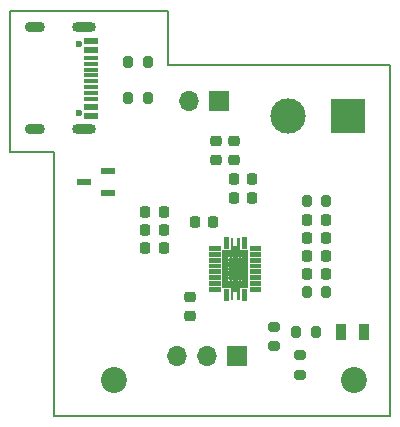
<source format=gts>
%TF.GenerationSoftware,KiCad,Pcbnew,7.0.2*%
%TF.CreationDate,2025-03-07T15:31:29-05:00*%
%TF.ProjectId,3BQ5101eBRHLR,33425135-3130-4316-9542-52484c522e6b,rev?*%
%TF.SameCoordinates,Original*%
%TF.FileFunction,Soldermask,Top*%
%TF.FilePolarity,Negative*%
%FSLAX46Y46*%
G04 Gerber Fmt 4.6, Leading zero omitted, Abs format (unit mm)*
G04 Created by KiCad (PCBNEW 7.0.2) date 2025-03-07 15:31:29*
%MOMM*%
%LPD*%
G01*
G04 APERTURE LIST*
G04 Aperture macros list*
%AMRoundRect*
0 Rectangle with rounded corners*
0 $1 Rounding radius*
0 $2 $3 $4 $5 $6 $7 $8 $9 X,Y pos of 4 corners*
0 Add a 4 corners polygon primitive as box body*
4,1,4,$2,$3,$4,$5,$6,$7,$8,$9,$2,$3,0*
0 Add four circle primitives for the rounded corners*
1,1,$1+$1,$2,$3*
1,1,$1+$1,$4,$5*
1,1,$1+$1,$6,$7*
1,1,$1+$1,$8,$9*
0 Add four rect primitives between the rounded corners*
20,1,$1+$1,$2,$3,$4,$5,0*
20,1,$1+$1,$4,$5,$6,$7,0*
20,1,$1+$1,$6,$7,$8,$9,0*
20,1,$1+$1,$8,$9,$2,$3,0*%
G04 Aperture macros list end*
%ADD10C,0.150000*%
%ADD11RoundRect,0.225000X0.225000X0.250000X-0.225000X0.250000X-0.225000X-0.250000X0.225000X-0.250000X0*%
%ADD12RoundRect,0.225000X-0.250000X0.225000X-0.250000X-0.225000X0.250000X-0.225000X0.250000X0.225000X0*%
%ADD13RoundRect,0.200000X0.200000X0.275000X-0.200000X0.275000X-0.200000X-0.275000X0.200000X-0.275000X0*%
%ADD14R,1.300000X0.600000*%
%ADD15RoundRect,0.225000X-0.225000X-0.250000X0.225000X-0.250000X0.225000X0.250000X-0.225000X0.250000X0*%
%ADD16RoundRect,0.200000X-0.200000X-0.275000X0.200000X-0.275000X0.200000X0.275000X-0.200000X0.275000X0*%
%ADD17R,1.700000X1.700000*%
%ADD18O,1.700000X1.700000*%
%ADD19RoundRect,0.200000X0.275000X-0.200000X0.275000X0.200000X-0.275000X0.200000X-0.275000X-0.200000X0*%
%ADD20C,0.600000*%
%ADD21R,1.160000X0.600000*%
%ADD22R,1.160000X0.300000*%
%ADD23O,2.000000X0.900000*%
%ADD24O,1.700000X0.900000*%
%ADD25RoundRect,0.225000X0.250000X-0.225000X0.250000X0.225000X-0.250000X0.225000X-0.250000X-0.225000X0*%
%ADD26C,2.200000*%
%ADD27R,0.280000X0.850000*%
%ADD28R,0.850000X0.280000*%
%ADD29C,0.508000*%
%ADD30R,0.900000X1.400000*%
%ADD31R,3.000000X3.000000*%
%ADD32C,3.000000*%
G04 APERTURE END LIST*
D10*
X158750000Y-87376000D02*
X145415000Y-87376000D01*
X158750000Y-91948000D02*
X158750000Y-87376000D01*
X177546000Y-91948000D02*
X158750000Y-91948000D01*
X177546000Y-121666000D02*
X177546000Y-91948000D01*
X149098000Y-121666000D02*
X177546000Y-121666000D01*
X149098000Y-99314000D02*
X149098000Y-121666000D01*
X145415000Y-99314000D02*
X149098000Y-99314000D01*
X145415000Y-87376000D02*
X145415000Y-99314000D01*
%TO.C,U1*%
G36*
X163222300Y-107680001D02*
G01*
X162232299Y-107680001D01*
X162232299Y-107259999D01*
X163222300Y-107259999D01*
X163222300Y-107680001D01*
G37*
G36*
X163222300Y-108180000D02*
G01*
X162232299Y-108180000D01*
X162232299Y-107760000D01*
X163222300Y-107760000D01*
X163222300Y-108180000D01*
G37*
G36*
X163222300Y-108680001D02*
G01*
X162232299Y-108680001D01*
X162232299Y-108259999D01*
X163222300Y-108259999D01*
X163222300Y-108680001D01*
G37*
G36*
X163222300Y-109180000D02*
G01*
X162232299Y-109180000D01*
X162232299Y-108760001D01*
X163222300Y-108760001D01*
X163222300Y-109180000D01*
G37*
G36*
X163222300Y-109679999D02*
G01*
X162232299Y-109679999D01*
X162232299Y-109260000D01*
X163222300Y-109260000D01*
X163222300Y-109679999D01*
G37*
G36*
X163222300Y-110180001D02*
G01*
X162232299Y-110180001D01*
X162232299Y-109759999D01*
X163222300Y-109759999D01*
X163222300Y-110180001D01*
G37*
G36*
X163222300Y-110680000D02*
G01*
X162232299Y-110680000D01*
X162232299Y-110260000D01*
X163222300Y-110260000D01*
X163222300Y-110680000D01*
G37*
G36*
X163222300Y-111180001D02*
G01*
X162232299Y-111180001D01*
X162232299Y-110759999D01*
X163222300Y-110759999D01*
X163222300Y-111180001D01*
G37*
G36*
X163858600Y-110808499D02*
G01*
X163363800Y-110808499D01*
X163363800Y-107631501D01*
X163858600Y-107631501D01*
X163858600Y-110808499D01*
G37*
G36*
X165540800Y-108232600D02*
G01*
X163363800Y-108232600D01*
X163363800Y-107631501D01*
X165540800Y-107631501D01*
X165540800Y-108232600D01*
G37*
G36*
X165540800Y-109020000D02*
G01*
X163363800Y-109020000D01*
X163363800Y-108632600D01*
X165540800Y-108632600D01*
X165540800Y-109020000D01*
G37*
G36*
X165540800Y-109807400D02*
G01*
X163363800Y-109807400D01*
X163363800Y-109420000D01*
X165540800Y-109420000D01*
X165540800Y-109807400D01*
G37*
G36*
X165540800Y-110808499D02*
G01*
X163363800Y-110808499D01*
X163363800Y-110207400D01*
X165540800Y-110207400D01*
X165540800Y-110808499D01*
G37*
G36*
X163912301Y-107489998D02*
G01*
X163492299Y-107489998D01*
X163492299Y-106500000D01*
X163912301Y-106500000D01*
X163912301Y-107489998D01*
G37*
G36*
X163912301Y-111940000D02*
G01*
X163492299Y-111940000D01*
X163492299Y-110950002D01*
X163912301Y-110950002D01*
X163912301Y-111940000D01*
G37*
G36*
X164646000Y-110808499D02*
G01*
X164258600Y-110808499D01*
X164258600Y-107631501D01*
X164646000Y-107631501D01*
X164646000Y-110808499D01*
G37*
G36*
X165412301Y-107489998D02*
G01*
X164992299Y-107489998D01*
X164992299Y-106500000D01*
X165412301Y-106500000D01*
X165412301Y-107489998D01*
G37*
G36*
X165412301Y-111940000D02*
G01*
X164992299Y-111940000D01*
X164992299Y-110950002D01*
X165412301Y-110950002D01*
X165412301Y-111940000D01*
G37*
G36*
X165540800Y-110808499D02*
G01*
X165046000Y-110808499D01*
X165046000Y-107631501D01*
X165540800Y-107631501D01*
X165540800Y-110808499D01*
G37*
G36*
X166672301Y-107680001D02*
G01*
X165682300Y-107680001D01*
X165682300Y-107259999D01*
X166672301Y-107259999D01*
X166672301Y-107680001D01*
G37*
G36*
X166672301Y-108180000D02*
G01*
X165682300Y-108180000D01*
X165682300Y-107760000D01*
X166672301Y-107760000D01*
X166672301Y-108180000D01*
G37*
G36*
X166672301Y-108680001D02*
G01*
X165682300Y-108680001D01*
X165682300Y-108259999D01*
X166672301Y-108259999D01*
X166672301Y-108680001D01*
G37*
G36*
X166672301Y-109180000D02*
G01*
X165682300Y-109180000D01*
X165682300Y-108760001D01*
X166672301Y-108760001D01*
X166672301Y-109180000D01*
G37*
G36*
X166672301Y-109679999D02*
G01*
X165682300Y-109679999D01*
X165682300Y-109260000D01*
X166672301Y-109260000D01*
X166672301Y-109679999D01*
G37*
G36*
X166672301Y-110180001D02*
G01*
X165682300Y-110180001D01*
X165682300Y-109759999D01*
X166672301Y-109759999D01*
X166672301Y-110180001D01*
G37*
G36*
X166672301Y-110680000D02*
G01*
X165682300Y-110680000D01*
X165682300Y-110260000D01*
X166672301Y-110260000D01*
X166672301Y-110680000D01*
G37*
G36*
X166672301Y-111180001D02*
G01*
X165682300Y-111180001D01*
X165682300Y-110759999D01*
X166672301Y-110759999D01*
X166672301Y-111180001D01*
G37*
G36*
X164292300Y-107295001D02*
G01*
X164612300Y-107295001D01*
X164612300Y-106570001D01*
X164827300Y-106570001D01*
X164827300Y-107695001D01*
X164077300Y-107695001D01*
X164077300Y-106570001D01*
X164292300Y-106570001D01*
X164292300Y-107295001D01*
G37*
G36*
X164827300Y-111869999D02*
G01*
X164612300Y-111869999D01*
X164612300Y-111144999D01*
X164292300Y-111144999D01*
X164292300Y-111869999D01*
X164077300Y-111869999D01*
X164077300Y-110744999D01*
X164827300Y-110744999D01*
X164827300Y-111869999D01*
G37*
%TD*%
D11*
%TO.C,C5*%
X158377099Y-105918000D03*
X156827099Y-105918000D03*
%TD*%
D12*
%TO.C,C12*%
X162814000Y-98412000D03*
X162814000Y-99962000D03*
%TD*%
D13*
%TO.C,R3*%
X171259000Y-114554000D03*
X169609000Y-114554000D03*
%TD*%
D14*
%TO.C,Q1*%
X153704000Y-102804000D03*
X153704000Y-100904000D03*
X151604000Y-101854000D03*
%TD*%
D13*
%TO.C,RCC2*%
X157035000Y-94742000D03*
X155385000Y-94742000D03*
%TD*%
D15*
%TO.C,C6*%
X170543099Y-108085000D03*
X172093099Y-108085000D03*
%TD*%
D16*
%TO.C,RFOD1*%
X170493099Y-111133000D03*
X172143099Y-111133000D03*
%TD*%
D17*
%TO.C,Out1*%
X163048000Y-95021000D03*
D18*
X160508000Y-95021000D03*
%TD*%
D11*
%TO.C,C1*%
X158377099Y-107442000D03*
X156827099Y-107442000D03*
%TD*%
D19*
%TO.C,R1*%
X167762099Y-115768000D03*
X167762099Y-114118000D03*
%TD*%
D15*
%TO.C,C4*%
X170543099Y-106561000D03*
X172093099Y-106561000D03*
%TD*%
D11*
%TO.C,C11*%
X165875000Y-101600000D03*
X164325000Y-101600000D03*
%TD*%
D15*
%TO.C,C8*%
X170543099Y-105037000D03*
X172093099Y-105037000D03*
%TD*%
D20*
%TO.C,J3*%
X151183000Y-90201000D03*
X151183000Y-95981000D03*
D21*
X152243000Y-89891000D03*
X152243000Y-90691000D03*
D22*
X152243000Y-91841000D03*
X152243000Y-92841000D03*
X152243000Y-93341000D03*
X152243000Y-94341000D03*
D21*
X152243000Y-95491000D03*
X152243000Y-96291000D03*
X152243000Y-96291000D03*
X152243000Y-95491000D03*
D22*
X152243000Y-94841000D03*
X152243000Y-93841000D03*
X152243000Y-92341000D03*
X152243000Y-91341000D03*
D21*
X152243000Y-90691000D03*
X152243000Y-89891000D03*
D23*
X151663000Y-88771000D03*
D24*
X147493000Y-88771000D03*
D23*
X151663000Y-97411000D03*
D24*
X147493000Y-97411000D03*
%TD*%
D15*
%TO.C,C2*%
X170543099Y-109609000D03*
X172093099Y-109609000D03*
%TD*%
D25*
%TO.C,C10*%
X160650099Y-113178000D03*
X160650099Y-111628000D03*
%TD*%
D26*
%TO.C,REF\u002A\u002A*%
X174498000Y-118618000D03*
%TD*%
D27*
%TO.C,U1*%
X163702299Y-106995001D03*
D28*
X162727300Y-107470001D03*
X162727300Y-107970000D03*
X162727300Y-108469999D03*
X162727300Y-108970000D03*
X162727300Y-109470000D03*
X162727300Y-109970001D03*
X162727300Y-110470000D03*
X162727300Y-110969999D03*
D27*
X163702299Y-111444999D03*
X165202301Y-111444999D03*
D28*
X166177300Y-110969999D03*
X166177300Y-110470000D03*
X166177300Y-109970001D03*
X166177300Y-109470000D03*
X166177300Y-108970000D03*
X166177300Y-108469999D03*
X166177300Y-107970000D03*
X166177300Y-107470001D03*
D27*
X165202301Y-106995001D03*
D29*
X164058600Y-108432600D03*
X164058600Y-109220000D03*
X164058600Y-110007400D03*
X164846000Y-108432600D03*
X164846000Y-109220000D03*
X164846000Y-110007400D03*
%TD*%
D19*
%TO.C,R2*%
X169926000Y-118173000D03*
X169926000Y-116523000D03*
%TD*%
D17*
%TO.C,EN1*%
X164592000Y-116586000D03*
D18*
X162052000Y-116586000D03*
X159512000Y-116586000D03*
%TD*%
D30*
%TO.C,RT1*%
X175371000Y-114554000D03*
X173371000Y-114554000D03*
%TD*%
D12*
%TO.C,C7*%
X164338000Y-98412000D03*
X164338000Y-99962000D03*
%TD*%
D11*
%TO.C,C13*%
X165875000Y-103251000D03*
X164325000Y-103251000D03*
%TD*%
D16*
%TO.C,RFOD2*%
X170498000Y-103505000D03*
X172148000Y-103505000D03*
%TD*%
D15*
%TO.C,C3*%
X161023000Y-105283000D03*
X162573000Y-105283000D03*
%TD*%
D13*
%TO.C,RCC1*%
X157035000Y-91694000D03*
X155385000Y-91694000D03*
%TD*%
D31*
%TO.C,Coil1*%
X173990000Y-96266000D03*
D32*
X168910000Y-96266000D03*
%TD*%
D26*
%TO.C,REF\u002A\u002A*%
X154178000Y-118618000D03*
%TD*%
D11*
%TO.C,C9*%
X158377099Y-104394000D03*
X156827099Y-104394000D03*
%TD*%
M02*

</source>
